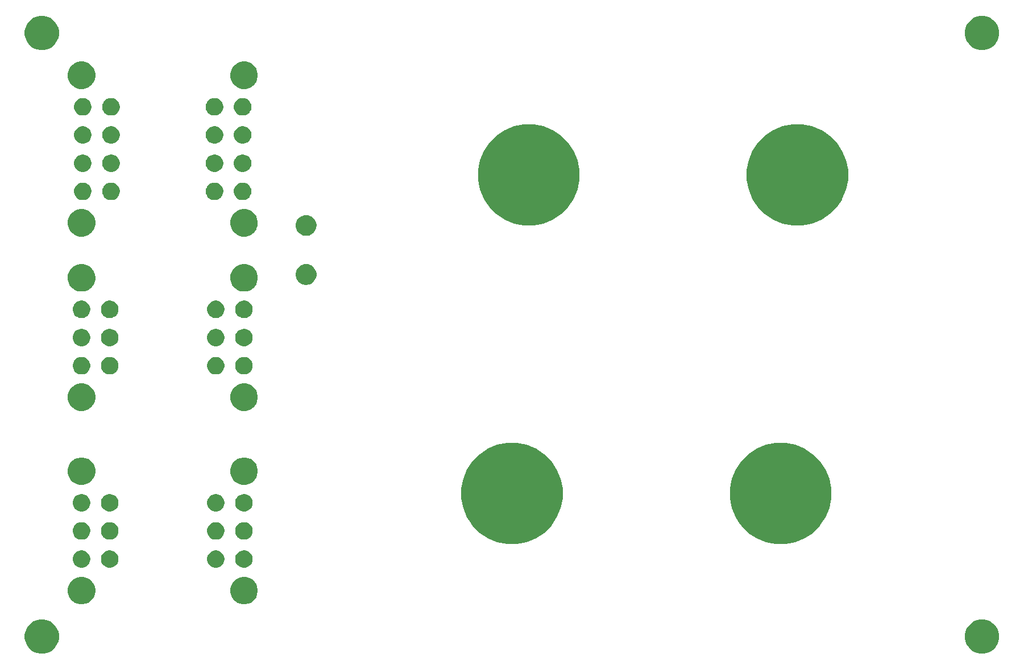
<source format=gbr>
G04 #@! TF.GenerationSoftware,KiCad,Pcbnew,(5.0.1)-3*
G04 #@! TF.CreationDate,2019-09-13T18:10:52+02:00*
G04 #@! TF.ProjectId,discovery,646973636F766572792E6B696361645F,rev?*
G04 #@! TF.SameCoordinates,PX4c4b360PY85843d4*
G04 #@! TF.FileFunction,Soldermask,Bot*
G04 #@! TF.FilePolarity,Negative*
%FSLAX46Y46*%
G04 Gerber Fmt 4.6, Leading zero omitted, Abs format (unit mm)*
G04 Created by KiCad (PCBNEW (5.0.1)-3) date 13/09/2019 18:10:52*
%MOMM*%
%LPD*%
G01*
G04 APERTURE LIST*
%ADD10C,0.100000*%
G04 APERTURE END LIST*
D10*
G36*
X140744256Y2455227D02*
X140744258Y2455226D01*
X140744259Y2455226D01*
X141208512Y2262927D01*
X141624444Y1985010D01*
X141626331Y1983749D01*
X141981649Y1628431D01*
X141981651Y1628428D01*
X142260827Y1210612D01*
X142453126Y746359D01*
X142551160Y253512D01*
X142551160Y-248992D01*
X142453126Y-741839D01*
X142260827Y-1206092D01*
X141982910Y-1622024D01*
X141981649Y-1623911D01*
X141626331Y-1979229D01*
X141626328Y-1979231D01*
X141208512Y-2258407D01*
X140744259Y-2450706D01*
X140744258Y-2450706D01*
X140744256Y-2450707D01*
X140251413Y-2548740D01*
X139748907Y-2548740D01*
X139256064Y-2450707D01*
X139256062Y-2450706D01*
X139256061Y-2450706D01*
X138791808Y-2258407D01*
X138373992Y-1979231D01*
X138373989Y-1979229D01*
X138018671Y-1623911D01*
X138017410Y-1622024D01*
X137739493Y-1206092D01*
X137547194Y-741839D01*
X137449160Y-248992D01*
X137449160Y253512D01*
X137547194Y746359D01*
X137739493Y1210612D01*
X138018669Y1628428D01*
X138018671Y1628431D01*
X138373989Y1983749D01*
X138375876Y1985010D01*
X138791808Y2262927D01*
X139256061Y2455226D01*
X139256062Y2455226D01*
X139256064Y2455227D01*
X139748907Y2553260D01*
X140251413Y2553260D01*
X140744256Y2455227D01*
X140744256Y2455227D01*
G37*
G36*
X744256Y2455227D02*
X744258Y2455226D01*
X744259Y2455226D01*
X1208512Y2262927D01*
X1624444Y1985010D01*
X1626331Y1983749D01*
X1981649Y1628431D01*
X1981651Y1628428D01*
X2260827Y1210612D01*
X2453126Y746359D01*
X2551160Y253512D01*
X2551160Y-248992D01*
X2453126Y-741839D01*
X2260827Y-1206092D01*
X1982910Y-1622024D01*
X1981649Y-1623911D01*
X1626331Y-1979229D01*
X1626328Y-1979231D01*
X1208512Y-2258407D01*
X744259Y-2450706D01*
X744258Y-2450706D01*
X744256Y-2450707D01*
X251413Y-2548740D01*
X-251093Y-2548740D01*
X-743936Y-2450707D01*
X-743938Y-2450706D01*
X-743939Y-2450706D01*
X-1208192Y-2258407D01*
X-1626008Y-1979231D01*
X-1626011Y-1979229D01*
X-1981329Y-1623911D01*
X-1982590Y-1622024D01*
X-2260507Y-1206092D01*
X-2452806Y-741839D01*
X-2550840Y-248992D01*
X-2550840Y253512D01*
X-2452806Y746359D01*
X-2260507Y1210612D01*
X-1981331Y1628428D01*
X-1981329Y1628431D01*
X-1626011Y1983749D01*
X-1624124Y1985010D01*
X-1208192Y2262927D01*
X-743939Y2455226D01*
X-743938Y2455226D01*
X-743936Y2455227D01*
X-251093Y2553260D01*
X251413Y2553260D01*
X744256Y2455227D01*
X744256Y2455227D01*
G37*
G36*
X30698412Y8841842D02*
X30698414Y8841841D01*
X30698415Y8841841D01*
X31071673Y8687233D01*
X31071674Y8687232D01*
X31407599Y8462774D01*
X31693274Y8177099D01*
X31693276Y8177096D01*
X31917733Y7841173D01*
X32072341Y7467915D01*
X32151160Y7071666D01*
X32151160Y6667654D01*
X32072341Y6271405D01*
X31917733Y5898147D01*
X31917732Y5898146D01*
X31693274Y5562221D01*
X31407599Y5276546D01*
X31407596Y5276544D01*
X31071673Y5052087D01*
X30698415Y4897479D01*
X30698414Y4897479D01*
X30698412Y4897478D01*
X30302167Y4818660D01*
X29898153Y4818660D01*
X29501908Y4897478D01*
X29501906Y4897479D01*
X29501905Y4897479D01*
X29128647Y5052087D01*
X28792724Y5276544D01*
X28792721Y5276546D01*
X28507046Y5562221D01*
X28282588Y5898146D01*
X28282587Y5898147D01*
X28127979Y6271405D01*
X28049160Y6667654D01*
X28049160Y7071666D01*
X28127979Y7467915D01*
X28282587Y7841173D01*
X28507044Y8177096D01*
X28507046Y8177099D01*
X28792721Y8462774D01*
X29128646Y8687232D01*
X29128647Y8687233D01*
X29501905Y8841841D01*
X29501906Y8841841D01*
X29501908Y8841842D01*
X29898153Y8920660D01*
X30302167Y8920660D01*
X30698412Y8841842D01*
X30698412Y8841842D01*
G37*
G36*
X6498412Y8841842D02*
X6498414Y8841841D01*
X6498415Y8841841D01*
X6871673Y8687233D01*
X6871674Y8687232D01*
X7207599Y8462774D01*
X7493274Y8177099D01*
X7493276Y8177096D01*
X7717733Y7841173D01*
X7872341Y7467915D01*
X7951160Y7071666D01*
X7951160Y6667654D01*
X7872341Y6271405D01*
X7717733Y5898147D01*
X7717732Y5898146D01*
X7493274Y5562221D01*
X7207599Y5276546D01*
X7207596Y5276544D01*
X6871673Y5052087D01*
X6498415Y4897479D01*
X6498414Y4897479D01*
X6498412Y4897478D01*
X6102167Y4818660D01*
X5698153Y4818660D01*
X5301908Y4897478D01*
X5301906Y4897479D01*
X5301905Y4897479D01*
X4928647Y5052087D01*
X4592724Y5276544D01*
X4592721Y5276546D01*
X4307046Y5562221D01*
X4082588Y5898146D01*
X4082587Y5898147D01*
X3927979Y6271405D01*
X3849160Y6667654D01*
X3849160Y7071666D01*
X3927979Y7467915D01*
X4082587Y7841173D01*
X4307044Y8177096D01*
X4307046Y8177099D01*
X4592721Y8462774D01*
X4928646Y8687232D01*
X4928647Y8687233D01*
X5301905Y8841841D01*
X5301906Y8841841D01*
X5301908Y8841842D01*
X5698153Y8920660D01*
X6102167Y8920660D01*
X6498412Y8841842D01*
X6498412Y8841842D01*
G37*
G36*
X26279645Y12820664D02*
X26279647Y12820663D01*
X26279648Y12820663D01*
X26516415Y12722591D01*
X26729502Y12580211D01*
X26910711Y12399002D01*
X27053091Y12185915D01*
X27151164Y11949145D01*
X27201160Y11697799D01*
X27201160Y11441521D01*
X27151164Y11190175D01*
X27053091Y10953405D01*
X26910711Y10740318D01*
X26729502Y10559109D01*
X26729499Y10559107D01*
X26516415Y10416729D01*
X26279648Y10318657D01*
X26279647Y10318657D01*
X26279645Y10318656D01*
X26028299Y10268660D01*
X25772021Y10268660D01*
X25520675Y10318656D01*
X25520673Y10318657D01*
X25520672Y10318657D01*
X25283905Y10416729D01*
X25070821Y10559107D01*
X25070818Y10559109D01*
X24889609Y10740318D01*
X24747229Y10953405D01*
X24649156Y11190175D01*
X24599160Y11441521D01*
X24599160Y11697799D01*
X24649156Y11949145D01*
X24747229Y12185915D01*
X24889609Y12399002D01*
X25070818Y12580211D01*
X25283905Y12722591D01*
X25520672Y12820663D01*
X25520673Y12820663D01*
X25520675Y12820664D01*
X25772021Y12870660D01*
X26028299Y12870660D01*
X26279645Y12820664D01*
X26279645Y12820664D01*
G37*
G36*
X10479645Y12820664D02*
X10479647Y12820663D01*
X10479648Y12820663D01*
X10716415Y12722591D01*
X10929502Y12580211D01*
X11110711Y12399002D01*
X11253091Y12185915D01*
X11351164Y11949145D01*
X11401160Y11697799D01*
X11401160Y11441521D01*
X11351164Y11190175D01*
X11253091Y10953405D01*
X11110711Y10740318D01*
X10929502Y10559109D01*
X10929499Y10559107D01*
X10716415Y10416729D01*
X10479648Y10318657D01*
X10479647Y10318657D01*
X10479645Y10318656D01*
X10228299Y10268660D01*
X9972021Y10268660D01*
X9720675Y10318656D01*
X9720673Y10318657D01*
X9720672Y10318657D01*
X9483905Y10416729D01*
X9270821Y10559107D01*
X9270818Y10559109D01*
X9089609Y10740318D01*
X8947229Y10953405D01*
X8849156Y11190175D01*
X8799160Y11441521D01*
X8799160Y11697799D01*
X8849156Y11949145D01*
X8947229Y12185915D01*
X9089609Y12399002D01*
X9270818Y12580211D01*
X9483905Y12722591D01*
X9720672Y12820663D01*
X9720673Y12820663D01*
X9720675Y12820664D01*
X9972021Y12870660D01*
X10228299Y12870660D01*
X10479645Y12820664D01*
X10479645Y12820664D01*
G37*
G36*
X6279645Y12820664D02*
X6279647Y12820663D01*
X6279648Y12820663D01*
X6516415Y12722591D01*
X6729502Y12580211D01*
X6910711Y12399002D01*
X7053091Y12185915D01*
X7151164Y11949145D01*
X7201160Y11697799D01*
X7201160Y11441521D01*
X7151164Y11190175D01*
X7053091Y10953405D01*
X6910711Y10740318D01*
X6729502Y10559109D01*
X6729499Y10559107D01*
X6516415Y10416729D01*
X6279648Y10318657D01*
X6279647Y10318657D01*
X6279645Y10318656D01*
X6028299Y10268660D01*
X5772021Y10268660D01*
X5520675Y10318656D01*
X5520673Y10318657D01*
X5520672Y10318657D01*
X5283905Y10416729D01*
X5070821Y10559107D01*
X5070818Y10559109D01*
X4889609Y10740318D01*
X4747229Y10953405D01*
X4649156Y11190175D01*
X4599160Y11441521D01*
X4599160Y11697799D01*
X4649156Y11949145D01*
X4747229Y12185915D01*
X4889609Y12399002D01*
X5070818Y12580211D01*
X5283905Y12722591D01*
X5520672Y12820663D01*
X5520673Y12820663D01*
X5520675Y12820664D01*
X5772021Y12870660D01*
X6028299Y12870660D01*
X6279645Y12820664D01*
X6279645Y12820664D01*
G37*
G36*
X30479645Y12820664D02*
X30479647Y12820663D01*
X30479648Y12820663D01*
X30716415Y12722591D01*
X30929502Y12580211D01*
X31110711Y12399002D01*
X31253091Y12185915D01*
X31351164Y11949145D01*
X31401160Y11697799D01*
X31401160Y11441521D01*
X31351164Y11190175D01*
X31253091Y10953405D01*
X31110711Y10740318D01*
X30929502Y10559109D01*
X30929499Y10559107D01*
X30716415Y10416729D01*
X30479648Y10318657D01*
X30479647Y10318657D01*
X30479645Y10318656D01*
X30228299Y10268660D01*
X29972021Y10268660D01*
X29720675Y10318656D01*
X29720673Y10318657D01*
X29720672Y10318657D01*
X29483905Y10416729D01*
X29270821Y10559107D01*
X29270818Y10559109D01*
X29089609Y10740318D01*
X28947229Y10953405D01*
X28849156Y11190175D01*
X28799160Y11441521D01*
X28799160Y11697799D01*
X28849156Y11949145D01*
X28947229Y12185915D01*
X29089609Y12399002D01*
X29270818Y12580211D01*
X29483905Y12722591D01*
X29720672Y12820663D01*
X29720673Y12820663D01*
X29720675Y12820664D01*
X29972021Y12870660D01*
X30228299Y12870660D01*
X30479645Y12820664D01*
X30479645Y12820664D01*
G37*
G36*
X72202705Y28593080D02*
X73576898Y28023870D01*
X73576900Y28023869D01*
X74797194Y27208495D01*
X74813645Y27197503D01*
X75865403Y26145745D01*
X76691770Y24908998D01*
X77260980Y23534805D01*
X77551160Y22075970D01*
X77551160Y20588550D01*
X77260980Y19129715D01*
X76691770Y17755522D01*
X76691769Y17755520D01*
X76135224Y16922591D01*
X75865403Y16518775D01*
X74813645Y15467017D01*
X74813642Y15467015D01*
X73576900Y14640651D01*
X73576899Y14640650D01*
X73576898Y14640650D01*
X72202705Y14071440D01*
X70743870Y13781260D01*
X69256450Y13781260D01*
X67797615Y14071440D01*
X66423422Y14640650D01*
X66423421Y14640650D01*
X66423420Y14640651D01*
X65186678Y15467015D01*
X65186675Y15467017D01*
X64134917Y16518775D01*
X63865096Y16922591D01*
X63308551Y17755520D01*
X63308550Y17755522D01*
X62739340Y19129715D01*
X62449160Y20588550D01*
X62449160Y22075970D01*
X62739340Y23534805D01*
X63308550Y24908998D01*
X64134917Y26145745D01*
X65186675Y27197503D01*
X65203126Y27208495D01*
X66423420Y28023869D01*
X66423422Y28023870D01*
X67797615Y28593080D01*
X69256450Y28883260D01*
X70743870Y28883260D01*
X72202705Y28593080D01*
X72202705Y28593080D01*
G37*
G36*
X112202705Y28593080D02*
X113576898Y28023870D01*
X113576900Y28023869D01*
X114797194Y27208495D01*
X114813645Y27197503D01*
X115865403Y26145745D01*
X116691770Y24908998D01*
X117260980Y23534805D01*
X117551160Y22075970D01*
X117551160Y20588550D01*
X117260980Y19129715D01*
X116691770Y17755522D01*
X116691769Y17755520D01*
X116135224Y16922591D01*
X115865403Y16518775D01*
X114813645Y15467017D01*
X114813642Y15467015D01*
X113576900Y14640651D01*
X113576899Y14640650D01*
X113576898Y14640650D01*
X112202705Y14071440D01*
X110743870Y13781260D01*
X109256450Y13781260D01*
X107797615Y14071440D01*
X106423422Y14640650D01*
X106423421Y14640650D01*
X106423420Y14640651D01*
X105186678Y15467015D01*
X105186675Y15467017D01*
X104134917Y16518775D01*
X103865096Y16922591D01*
X103308551Y17755520D01*
X103308550Y17755522D01*
X102739340Y19129715D01*
X102449160Y20588550D01*
X102449160Y22075970D01*
X102739340Y23534805D01*
X103308550Y24908998D01*
X104134917Y26145745D01*
X105186675Y27197503D01*
X105203126Y27208495D01*
X106423420Y28023869D01*
X106423422Y28023870D01*
X107797615Y28593080D01*
X109256450Y28883260D01*
X110743870Y28883260D01*
X112202705Y28593080D01*
X112202705Y28593080D01*
G37*
G36*
X10479645Y17020664D02*
X10479647Y17020663D01*
X10479648Y17020663D01*
X10716415Y16922591D01*
X10929502Y16780211D01*
X11110711Y16599002D01*
X11253091Y16385915D01*
X11351164Y16149145D01*
X11401160Y15897799D01*
X11401160Y15641521D01*
X11351164Y15390175D01*
X11253091Y15153405D01*
X11110711Y14940318D01*
X10929502Y14759109D01*
X10929499Y14759107D01*
X10716415Y14616729D01*
X10479648Y14518657D01*
X10479647Y14518657D01*
X10479645Y14518656D01*
X10228299Y14468660D01*
X9972021Y14468660D01*
X9720675Y14518656D01*
X9720673Y14518657D01*
X9720672Y14518657D01*
X9483905Y14616729D01*
X9270821Y14759107D01*
X9270818Y14759109D01*
X9089609Y14940318D01*
X8947229Y15153405D01*
X8849156Y15390175D01*
X8799160Y15641521D01*
X8799160Y15897799D01*
X8849156Y16149145D01*
X8947229Y16385915D01*
X9089609Y16599002D01*
X9270818Y16780211D01*
X9483905Y16922591D01*
X9720672Y17020663D01*
X9720673Y17020663D01*
X9720675Y17020664D01*
X9972021Y17070660D01*
X10228299Y17070660D01*
X10479645Y17020664D01*
X10479645Y17020664D01*
G37*
G36*
X6279645Y17020664D02*
X6279647Y17020663D01*
X6279648Y17020663D01*
X6516415Y16922591D01*
X6729502Y16780211D01*
X6910711Y16599002D01*
X7053091Y16385915D01*
X7151164Y16149145D01*
X7201160Y15897799D01*
X7201160Y15641521D01*
X7151164Y15390175D01*
X7053091Y15153405D01*
X6910711Y14940318D01*
X6729502Y14759109D01*
X6729499Y14759107D01*
X6516415Y14616729D01*
X6279648Y14518657D01*
X6279647Y14518657D01*
X6279645Y14518656D01*
X6028299Y14468660D01*
X5772021Y14468660D01*
X5520675Y14518656D01*
X5520673Y14518657D01*
X5520672Y14518657D01*
X5283905Y14616729D01*
X5070821Y14759107D01*
X5070818Y14759109D01*
X4889609Y14940318D01*
X4747229Y15153405D01*
X4649156Y15390175D01*
X4599160Y15641521D01*
X4599160Y15897799D01*
X4649156Y16149145D01*
X4747229Y16385915D01*
X4889609Y16599002D01*
X5070818Y16780211D01*
X5283905Y16922591D01*
X5520672Y17020663D01*
X5520673Y17020663D01*
X5520675Y17020664D01*
X5772021Y17070660D01*
X6028299Y17070660D01*
X6279645Y17020664D01*
X6279645Y17020664D01*
G37*
G36*
X30479645Y17020664D02*
X30479647Y17020663D01*
X30479648Y17020663D01*
X30716415Y16922591D01*
X30929502Y16780211D01*
X31110711Y16599002D01*
X31253091Y16385915D01*
X31351164Y16149145D01*
X31401160Y15897799D01*
X31401160Y15641521D01*
X31351164Y15390175D01*
X31253091Y15153405D01*
X31110711Y14940318D01*
X30929502Y14759109D01*
X30929499Y14759107D01*
X30716415Y14616729D01*
X30479648Y14518657D01*
X30479647Y14518657D01*
X30479645Y14518656D01*
X30228299Y14468660D01*
X29972021Y14468660D01*
X29720675Y14518656D01*
X29720673Y14518657D01*
X29720672Y14518657D01*
X29483905Y14616729D01*
X29270821Y14759107D01*
X29270818Y14759109D01*
X29089609Y14940318D01*
X28947229Y15153405D01*
X28849156Y15390175D01*
X28799160Y15641521D01*
X28799160Y15897799D01*
X28849156Y16149145D01*
X28947229Y16385915D01*
X29089609Y16599002D01*
X29270818Y16780211D01*
X29483905Y16922591D01*
X29720672Y17020663D01*
X29720673Y17020663D01*
X29720675Y17020664D01*
X29972021Y17070660D01*
X30228299Y17070660D01*
X30479645Y17020664D01*
X30479645Y17020664D01*
G37*
G36*
X26279645Y17020664D02*
X26279647Y17020663D01*
X26279648Y17020663D01*
X26516415Y16922591D01*
X26729502Y16780211D01*
X26910711Y16599002D01*
X27053091Y16385915D01*
X27151164Y16149145D01*
X27201160Y15897799D01*
X27201160Y15641521D01*
X27151164Y15390175D01*
X27053091Y15153405D01*
X26910711Y14940318D01*
X26729502Y14759109D01*
X26729499Y14759107D01*
X26516415Y14616729D01*
X26279648Y14518657D01*
X26279647Y14518657D01*
X26279645Y14518656D01*
X26028299Y14468660D01*
X25772021Y14468660D01*
X25520675Y14518656D01*
X25520673Y14518657D01*
X25520672Y14518657D01*
X25283905Y14616729D01*
X25070821Y14759107D01*
X25070818Y14759109D01*
X24889609Y14940318D01*
X24747229Y15153405D01*
X24649156Y15390175D01*
X24599160Y15641521D01*
X24599160Y15897799D01*
X24649156Y16149145D01*
X24747229Y16385915D01*
X24889609Y16599002D01*
X25070818Y16780211D01*
X25283905Y16922591D01*
X25520672Y17020663D01*
X25520673Y17020663D01*
X25520675Y17020664D01*
X25772021Y17070660D01*
X26028299Y17070660D01*
X26279645Y17020664D01*
X26279645Y17020664D01*
G37*
G36*
X26279645Y21220664D02*
X26279647Y21220663D01*
X26279648Y21220663D01*
X26516415Y21122591D01*
X26729502Y20980211D01*
X26910711Y20799002D01*
X27053091Y20585915D01*
X27151164Y20349145D01*
X27201160Y20097799D01*
X27201160Y19841521D01*
X27151164Y19590175D01*
X27053091Y19353405D01*
X26910711Y19140318D01*
X26729502Y18959109D01*
X26729499Y18959107D01*
X26516415Y18816729D01*
X26279648Y18718657D01*
X26279647Y18718657D01*
X26279645Y18718656D01*
X26028299Y18668660D01*
X25772021Y18668660D01*
X25520675Y18718656D01*
X25520673Y18718657D01*
X25520672Y18718657D01*
X25283905Y18816729D01*
X25070821Y18959107D01*
X25070818Y18959109D01*
X24889609Y19140318D01*
X24747229Y19353405D01*
X24649156Y19590175D01*
X24599160Y19841521D01*
X24599160Y20097799D01*
X24649156Y20349145D01*
X24747229Y20585915D01*
X24889609Y20799002D01*
X25070818Y20980211D01*
X25283905Y21122591D01*
X25520672Y21220663D01*
X25520673Y21220663D01*
X25520675Y21220664D01*
X25772021Y21270660D01*
X26028299Y21270660D01*
X26279645Y21220664D01*
X26279645Y21220664D01*
G37*
G36*
X10479645Y21220664D02*
X10479647Y21220663D01*
X10479648Y21220663D01*
X10716415Y21122591D01*
X10929502Y20980211D01*
X11110711Y20799002D01*
X11253091Y20585915D01*
X11351164Y20349145D01*
X11401160Y20097799D01*
X11401160Y19841521D01*
X11351164Y19590175D01*
X11253091Y19353405D01*
X11110711Y19140318D01*
X10929502Y18959109D01*
X10929499Y18959107D01*
X10716415Y18816729D01*
X10479648Y18718657D01*
X10479647Y18718657D01*
X10479645Y18718656D01*
X10228299Y18668660D01*
X9972021Y18668660D01*
X9720675Y18718656D01*
X9720673Y18718657D01*
X9720672Y18718657D01*
X9483905Y18816729D01*
X9270821Y18959107D01*
X9270818Y18959109D01*
X9089609Y19140318D01*
X8947229Y19353405D01*
X8849156Y19590175D01*
X8799160Y19841521D01*
X8799160Y20097799D01*
X8849156Y20349145D01*
X8947229Y20585915D01*
X9089609Y20799002D01*
X9270818Y20980211D01*
X9483905Y21122591D01*
X9720672Y21220663D01*
X9720673Y21220663D01*
X9720675Y21220664D01*
X9972021Y21270660D01*
X10228299Y21270660D01*
X10479645Y21220664D01*
X10479645Y21220664D01*
G37*
G36*
X30479645Y21220664D02*
X30479647Y21220663D01*
X30479648Y21220663D01*
X30716415Y21122591D01*
X30929502Y20980211D01*
X31110711Y20799002D01*
X31253091Y20585915D01*
X31351164Y20349145D01*
X31401160Y20097799D01*
X31401160Y19841521D01*
X31351164Y19590175D01*
X31253091Y19353405D01*
X31110711Y19140318D01*
X30929502Y18959109D01*
X30929499Y18959107D01*
X30716415Y18816729D01*
X30479648Y18718657D01*
X30479647Y18718657D01*
X30479645Y18718656D01*
X30228299Y18668660D01*
X29972021Y18668660D01*
X29720675Y18718656D01*
X29720673Y18718657D01*
X29720672Y18718657D01*
X29483905Y18816729D01*
X29270821Y18959107D01*
X29270818Y18959109D01*
X29089609Y19140318D01*
X28947229Y19353405D01*
X28849156Y19590175D01*
X28799160Y19841521D01*
X28799160Y20097799D01*
X28849156Y20349145D01*
X28947229Y20585915D01*
X29089609Y20799002D01*
X29270818Y20980211D01*
X29483905Y21122591D01*
X29720672Y21220663D01*
X29720673Y21220663D01*
X29720675Y21220664D01*
X29972021Y21270660D01*
X30228299Y21270660D01*
X30479645Y21220664D01*
X30479645Y21220664D01*
G37*
G36*
X6279645Y21220664D02*
X6279647Y21220663D01*
X6279648Y21220663D01*
X6516415Y21122591D01*
X6729502Y20980211D01*
X6910711Y20799002D01*
X7053091Y20585915D01*
X7151164Y20349145D01*
X7201160Y20097799D01*
X7201160Y19841521D01*
X7151164Y19590175D01*
X7053091Y19353405D01*
X6910711Y19140318D01*
X6729502Y18959109D01*
X6729499Y18959107D01*
X6516415Y18816729D01*
X6279648Y18718657D01*
X6279647Y18718657D01*
X6279645Y18718656D01*
X6028299Y18668660D01*
X5772021Y18668660D01*
X5520675Y18718656D01*
X5520673Y18718657D01*
X5520672Y18718657D01*
X5283905Y18816729D01*
X5070821Y18959107D01*
X5070818Y18959109D01*
X4889609Y19140318D01*
X4747229Y19353405D01*
X4649156Y19590175D01*
X4599160Y19841521D01*
X4599160Y20097799D01*
X4649156Y20349145D01*
X4747229Y20585915D01*
X4889609Y20799002D01*
X5070818Y20980211D01*
X5283905Y21122591D01*
X5520672Y21220663D01*
X5520673Y21220663D01*
X5520675Y21220664D01*
X5772021Y21270660D01*
X6028299Y21270660D01*
X6279645Y21220664D01*
X6279645Y21220664D01*
G37*
G36*
X6498412Y26641842D02*
X6498414Y26641841D01*
X6498415Y26641841D01*
X6871673Y26487233D01*
X6871674Y26487232D01*
X7207599Y26262774D01*
X7493274Y25977099D01*
X7493276Y25977096D01*
X7717733Y25641173D01*
X7872341Y25267915D01*
X7951160Y24871666D01*
X7951160Y24467654D01*
X7872341Y24071405D01*
X7717733Y23698147D01*
X7717732Y23698146D01*
X7493274Y23362221D01*
X7207599Y23076546D01*
X7207596Y23076544D01*
X6871673Y22852087D01*
X6498415Y22697479D01*
X6498414Y22697479D01*
X6498412Y22697478D01*
X6102167Y22618660D01*
X5698153Y22618660D01*
X5301908Y22697478D01*
X5301906Y22697479D01*
X5301905Y22697479D01*
X4928647Y22852087D01*
X4592724Y23076544D01*
X4592721Y23076546D01*
X4307046Y23362221D01*
X4082588Y23698146D01*
X4082587Y23698147D01*
X3927979Y24071405D01*
X3849160Y24467654D01*
X3849160Y24871666D01*
X3927979Y25267915D01*
X4082587Y25641173D01*
X4307044Y25977096D01*
X4307046Y25977099D01*
X4592721Y26262774D01*
X4928646Y26487232D01*
X4928647Y26487233D01*
X5301905Y26641841D01*
X5301906Y26641841D01*
X5301908Y26641842D01*
X5698153Y26720660D01*
X6102167Y26720660D01*
X6498412Y26641842D01*
X6498412Y26641842D01*
G37*
G36*
X30698412Y26641842D02*
X30698414Y26641841D01*
X30698415Y26641841D01*
X31071673Y26487233D01*
X31071674Y26487232D01*
X31407599Y26262774D01*
X31693274Y25977099D01*
X31693276Y25977096D01*
X31917733Y25641173D01*
X32072341Y25267915D01*
X32151160Y24871666D01*
X32151160Y24467654D01*
X32072341Y24071405D01*
X31917733Y23698147D01*
X31917732Y23698146D01*
X31693274Y23362221D01*
X31407599Y23076546D01*
X31407596Y23076544D01*
X31071673Y22852087D01*
X30698415Y22697479D01*
X30698414Y22697479D01*
X30698412Y22697478D01*
X30302167Y22618660D01*
X29898153Y22618660D01*
X29501908Y22697478D01*
X29501906Y22697479D01*
X29501905Y22697479D01*
X29128647Y22852087D01*
X28792724Y23076544D01*
X28792721Y23076546D01*
X28507046Y23362221D01*
X28282588Y23698146D01*
X28282587Y23698147D01*
X28127979Y24071405D01*
X28049160Y24467654D01*
X28049160Y24871666D01*
X28127979Y25267915D01*
X28282587Y25641173D01*
X28507044Y25977096D01*
X28507046Y25977099D01*
X28792721Y26262774D01*
X29128646Y26487232D01*
X29128647Y26487233D01*
X29501905Y26641841D01*
X29501906Y26641841D01*
X29501908Y26641842D01*
X29898153Y26720660D01*
X30302167Y26720660D01*
X30698412Y26641842D01*
X30698412Y26641842D01*
G37*
G36*
X6498412Y37674442D02*
X6498414Y37674441D01*
X6498415Y37674441D01*
X6871673Y37519833D01*
X6871674Y37519832D01*
X7207599Y37295374D01*
X7493274Y37009699D01*
X7493276Y37009696D01*
X7717733Y36673773D01*
X7872341Y36300515D01*
X7951160Y35904266D01*
X7951160Y35500254D01*
X7872341Y35104005D01*
X7717733Y34730747D01*
X7717732Y34730746D01*
X7493274Y34394821D01*
X7207599Y34109146D01*
X7207596Y34109144D01*
X6871673Y33884687D01*
X6498415Y33730079D01*
X6498414Y33730079D01*
X6498412Y33730078D01*
X6102167Y33651260D01*
X5698153Y33651260D01*
X5301908Y33730078D01*
X5301906Y33730079D01*
X5301905Y33730079D01*
X4928647Y33884687D01*
X4592724Y34109144D01*
X4592721Y34109146D01*
X4307046Y34394821D01*
X4082588Y34730746D01*
X4082587Y34730747D01*
X3927979Y35104005D01*
X3849160Y35500254D01*
X3849160Y35904266D01*
X3927979Y36300515D01*
X4082587Y36673773D01*
X4307044Y37009696D01*
X4307046Y37009699D01*
X4592721Y37295374D01*
X4928646Y37519832D01*
X4928647Y37519833D01*
X5301905Y37674441D01*
X5301906Y37674441D01*
X5301908Y37674442D01*
X5698153Y37753260D01*
X6102167Y37753260D01*
X6498412Y37674442D01*
X6498412Y37674442D01*
G37*
G36*
X30698412Y37674442D02*
X30698414Y37674441D01*
X30698415Y37674441D01*
X31071673Y37519833D01*
X31071674Y37519832D01*
X31407599Y37295374D01*
X31693274Y37009699D01*
X31693276Y37009696D01*
X31917733Y36673773D01*
X32072341Y36300515D01*
X32151160Y35904266D01*
X32151160Y35500254D01*
X32072341Y35104005D01*
X31917733Y34730747D01*
X31917732Y34730746D01*
X31693274Y34394821D01*
X31407599Y34109146D01*
X31407596Y34109144D01*
X31071673Y33884687D01*
X30698415Y33730079D01*
X30698414Y33730079D01*
X30698412Y33730078D01*
X30302167Y33651260D01*
X29898153Y33651260D01*
X29501908Y33730078D01*
X29501906Y33730079D01*
X29501905Y33730079D01*
X29128647Y33884687D01*
X28792724Y34109144D01*
X28792721Y34109146D01*
X28507046Y34394821D01*
X28282588Y34730746D01*
X28282587Y34730747D01*
X28127979Y35104005D01*
X28049160Y35500254D01*
X28049160Y35904266D01*
X28127979Y36300515D01*
X28282587Y36673773D01*
X28507044Y37009696D01*
X28507046Y37009699D01*
X28792721Y37295374D01*
X29128646Y37519832D01*
X29128647Y37519833D01*
X29501905Y37674441D01*
X29501906Y37674441D01*
X29501908Y37674442D01*
X29898153Y37753260D01*
X30302167Y37753260D01*
X30698412Y37674442D01*
X30698412Y37674442D01*
G37*
G36*
X26279645Y41653264D02*
X26279647Y41653263D01*
X26279648Y41653263D01*
X26516415Y41555191D01*
X26729502Y41412811D01*
X26910711Y41231602D01*
X27053091Y41018515D01*
X27151164Y40781745D01*
X27201160Y40530399D01*
X27201160Y40274121D01*
X27151164Y40022775D01*
X27053091Y39786005D01*
X26910711Y39572918D01*
X26729502Y39391709D01*
X26729499Y39391707D01*
X26516415Y39249329D01*
X26279648Y39151257D01*
X26279647Y39151257D01*
X26279645Y39151256D01*
X26028299Y39101260D01*
X25772021Y39101260D01*
X25520675Y39151256D01*
X25520673Y39151257D01*
X25520672Y39151257D01*
X25283905Y39249329D01*
X25070821Y39391707D01*
X25070818Y39391709D01*
X24889609Y39572918D01*
X24747229Y39786005D01*
X24649156Y40022775D01*
X24599160Y40274121D01*
X24599160Y40530399D01*
X24649156Y40781745D01*
X24747229Y41018515D01*
X24889609Y41231602D01*
X25070818Y41412811D01*
X25283905Y41555191D01*
X25520672Y41653263D01*
X25520673Y41653263D01*
X25520675Y41653264D01*
X25772021Y41703260D01*
X26028299Y41703260D01*
X26279645Y41653264D01*
X26279645Y41653264D01*
G37*
G36*
X10479645Y41653264D02*
X10479647Y41653263D01*
X10479648Y41653263D01*
X10716415Y41555191D01*
X10929502Y41412811D01*
X11110711Y41231602D01*
X11253091Y41018515D01*
X11351164Y40781745D01*
X11401160Y40530399D01*
X11401160Y40274121D01*
X11351164Y40022775D01*
X11253091Y39786005D01*
X11110711Y39572918D01*
X10929502Y39391709D01*
X10929499Y39391707D01*
X10716415Y39249329D01*
X10479648Y39151257D01*
X10479647Y39151257D01*
X10479645Y39151256D01*
X10228299Y39101260D01*
X9972021Y39101260D01*
X9720675Y39151256D01*
X9720673Y39151257D01*
X9720672Y39151257D01*
X9483905Y39249329D01*
X9270821Y39391707D01*
X9270818Y39391709D01*
X9089609Y39572918D01*
X8947229Y39786005D01*
X8849156Y40022775D01*
X8799160Y40274121D01*
X8799160Y40530399D01*
X8849156Y40781745D01*
X8947229Y41018515D01*
X9089609Y41231602D01*
X9270818Y41412811D01*
X9483905Y41555191D01*
X9720672Y41653263D01*
X9720673Y41653263D01*
X9720675Y41653264D01*
X9972021Y41703260D01*
X10228299Y41703260D01*
X10479645Y41653264D01*
X10479645Y41653264D01*
G37*
G36*
X30479645Y41653264D02*
X30479647Y41653263D01*
X30479648Y41653263D01*
X30716415Y41555191D01*
X30929502Y41412811D01*
X31110711Y41231602D01*
X31253091Y41018515D01*
X31351164Y40781745D01*
X31401160Y40530399D01*
X31401160Y40274121D01*
X31351164Y40022775D01*
X31253091Y39786005D01*
X31110711Y39572918D01*
X30929502Y39391709D01*
X30929499Y39391707D01*
X30716415Y39249329D01*
X30479648Y39151257D01*
X30479647Y39151257D01*
X30479645Y39151256D01*
X30228299Y39101260D01*
X29972021Y39101260D01*
X29720675Y39151256D01*
X29720673Y39151257D01*
X29720672Y39151257D01*
X29483905Y39249329D01*
X29270821Y39391707D01*
X29270818Y39391709D01*
X29089609Y39572918D01*
X28947229Y39786005D01*
X28849156Y40022775D01*
X28799160Y40274121D01*
X28799160Y40530399D01*
X28849156Y40781745D01*
X28947229Y41018515D01*
X29089609Y41231602D01*
X29270818Y41412811D01*
X29483905Y41555191D01*
X29720672Y41653263D01*
X29720673Y41653263D01*
X29720675Y41653264D01*
X29972021Y41703260D01*
X30228299Y41703260D01*
X30479645Y41653264D01*
X30479645Y41653264D01*
G37*
G36*
X6279645Y41653264D02*
X6279647Y41653263D01*
X6279648Y41653263D01*
X6516415Y41555191D01*
X6729502Y41412811D01*
X6910711Y41231602D01*
X7053091Y41018515D01*
X7151164Y40781745D01*
X7201160Y40530399D01*
X7201160Y40274121D01*
X7151164Y40022775D01*
X7053091Y39786005D01*
X6910711Y39572918D01*
X6729502Y39391709D01*
X6729499Y39391707D01*
X6516415Y39249329D01*
X6279648Y39151257D01*
X6279647Y39151257D01*
X6279645Y39151256D01*
X6028299Y39101260D01*
X5772021Y39101260D01*
X5520675Y39151256D01*
X5520673Y39151257D01*
X5520672Y39151257D01*
X5283905Y39249329D01*
X5070821Y39391707D01*
X5070818Y39391709D01*
X4889609Y39572918D01*
X4747229Y39786005D01*
X4649156Y40022775D01*
X4599160Y40274121D01*
X4599160Y40530399D01*
X4649156Y40781745D01*
X4747229Y41018515D01*
X4889609Y41231602D01*
X5070818Y41412811D01*
X5283905Y41555191D01*
X5520672Y41653263D01*
X5520673Y41653263D01*
X5520675Y41653264D01*
X5772021Y41703260D01*
X6028299Y41703260D01*
X6279645Y41653264D01*
X6279645Y41653264D01*
G37*
G36*
X30479645Y45853264D02*
X30479647Y45853263D01*
X30479648Y45853263D01*
X30716415Y45755191D01*
X30929502Y45612811D01*
X31110711Y45431602D01*
X31253091Y45218515D01*
X31351164Y44981745D01*
X31401160Y44730399D01*
X31401160Y44474121D01*
X31351164Y44222775D01*
X31253091Y43986005D01*
X31110711Y43772918D01*
X30929502Y43591709D01*
X30929499Y43591707D01*
X30716415Y43449329D01*
X30479648Y43351257D01*
X30479647Y43351257D01*
X30479645Y43351256D01*
X30228299Y43301260D01*
X29972021Y43301260D01*
X29720675Y43351256D01*
X29720673Y43351257D01*
X29720672Y43351257D01*
X29483905Y43449329D01*
X29270821Y43591707D01*
X29270818Y43591709D01*
X29089609Y43772918D01*
X28947229Y43986005D01*
X28849156Y44222775D01*
X28799160Y44474121D01*
X28799160Y44730399D01*
X28849156Y44981745D01*
X28947229Y45218515D01*
X29089609Y45431602D01*
X29270818Y45612811D01*
X29483905Y45755191D01*
X29720672Y45853263D01*
X29720673Y45853263D01*
X29720675Y45853264D01*
X29972021Y45903260D01*
X30228299Y45903260D01*
X30479645Y45853264D01*
X30479645Y45853264D01*
G37*
G36*
X26279645Y45853264D02*
X26279647Y45853263D01*
X26279648Y45853263D01*
X26516415Y45755191D01*
X26729502Y45612811D01*
X26910711Y45431602D01*
X27053091Y45218515D01*
X27151164Y44981745D01*
X27201160Y44730399D01*
X27201160Y44474121D01*
X27151164Y44222775D01*
X27053091Y43986005D01*
X26910711Y43772918D01*
X26729502Y43591709D01*
X26729499Y43591707D01*
X26516415Y43449329D01*
X26279648Y43351257D01*
X26279647Y43351257D01*
X26279645Y43351256D01*
X26028299Y43301260D01*
X25772021Y43301260D01*
X25520675Y43351256D01*
X25520673Y43351257D01*
X25520672Y43351257D01*
X25283905Y43449329D01*
X25070821Y43591707D01*
X25070818Y43591709D01*
X24889609Y43772918D01*
X24747229Y43986005D01*
X24649156Y44222775D01*
X24599160Y44474121D01*
X24599160Y44730399D01*
X24649156Y44981745D01*
X24747229Y45218515D01*
X24889609Y45431602D01*
X25070818Y45612811D01*
X25283905Y45755191D01*
X25520672Y45853263D01*
X25520673Y45853263D01*
X25520675Y45853264D01*
X25772021Y45903260D01*
X26028299Y45903260D01*
X26279645Y45853264D01*
X26279645Y45853264D01*
G37*
G36*
X10479645Y45853264D02*
X10479647Y45853263D01*
X10479648Y45853263D01*
X10716415Y45755191D01*
X10929502Y45612811D01*
X11110711Y45431602D01*
X11253091Y45218515D01*
X11351164Y44981745D01*
X11401160Y44730399D01*
X11401160Y44474121D01*
X11351164Y44222775D01*
X11253091Y43986005D01*
X11110711Y43772918D01*
X10929502Y43591709D01*
X10929499Y43591707D01*
X10716415Y43449329D01*
X10479648Y43351257D01*
X10479647Y43351257D01*
X10479645Y43351256D01*
X10228299Y43301260D01*
X9972021Y43301260D01*
X9720675Y43351256D01*
X9720673Y43351257D01*
X9720672Y43351257D01*
X9483905Y43449329D01*
X9270821Y43591707D01*
X9270818Y43591709D01*
X9089609Y43772918D01*
X8947229Y43986005D01*
X8849156Y44222775D01*
X8799160Y44474121D01*
X8799160Y44730399D01*
X8849156Y44981745D01*
X8947229Y45218515D01*
X9089609Y45431602D01*
X9270818Y45612811D01*
X9483905Y45755191D01*
X9720672Y45853263D01*
X9720673Y45853263D01*
X9720675Y45853264D01*
X9972021Y45903260D01*
X10228299Y45903260D01*
X10479645Y45853264D01*
X10479645Y45853264D01*
G37*
G36*
X6279645Y45853264D02*
X6279647Y45853263D01*
X6279648Y45853263D01*
X6516415Y45755191D01*
X6729502Y45612811D01*
X6910711Y45431602D01*
X7053091Y45218515D01*
X7151164Y44981745D01*
X7201160Y44730399D01*
X7201160Y44474121D01*
X7151164Y44222775D01*
X7053091Y43986005D01*
X6910711Y43772918D01*
X6729502Y43591709D01*
X6729499Y43591707D01*
X6516415Y43449329D01*
X6279648Y43351257D01*
X6279647Y43351257D01*
X6279645Y43351256D01*
X6028299Y43301260D01*
X5772021Y43301260D01*
X5520675Y43351256D01*
X5520673Y43351257D01*
X5520672Y43351257D01*
X5283905Y43449329D01*
X5070821Y43591707D01*
X5070818Y43591709D01*
X4889609Y43772918D01*
X4747229Y43986005D01*
X4649156Y44222775D01*
X4599160Y44474121D01*
X4599160Y44730399D01*
X4649156Y44981745D01*
X4747229Y45218515D01*
X4889609Y45431602D01*
X5070818Y45612811D01*
X5283905Y45755191D01*
X5520672Y45853263D01*
X5520673Y45853263D01*
X5520675Y45853264D01*
X5772021Y45903260D01*
X6028299Y45903260D01*
X6279645Y45853264D01*
X6279645Y45853264D01*
G37*
G36*
X26279645Y50053264D02*
X26279647Y50053263D01*
X26279648Y50053263D01*
X26516415Y49955191D01*
X26729502Y49812811D01*
X26910711Y49631602D01*
X27053091Y49418515D01*
X27151164Y49181745D01*
X27201160Y48930399D01*
X27201160Y48674121D01*
X27151164Y48422775D01*
X27053091Y48186005D01*
X26910711Y47972918D01*
X26729502Y47791709D01*
X26729499Y47791707D01*
X26516415Y47649329D01*
X26279648Y47551257D01*
X26279647Y47551257D01*
X26279645Y47551256D01*
X26028299Y47501260D01*
X25772021Y47501260D01*
X25520675Y47551256D01*
X25520673Y47551257D01*
X25520672Y47551257D01*
X25283905Y47649329D01*
X25070821Y47791707D01*
X25070818Y47791709D01*
X24889609Y47972918D01*
X24747229Y48186005D01*
X24649156Y48422775D01*
X24599160Y48674121D01*
X24599160Y48930399D01*
X24649156Y49181745D01*
X24747229Y49418515D01*
X24889609Y49631602D01*
X25070818Y49812811D01*
X25283905Y49955191D01*
X25520672Y50053263D01*
X25520673Y50053263D01*
X25520675Y50053264D01*
X25772021Y50103260D01*
X26028299Y50103260D01*
X26279645Y50053264D01*
X26279645Y50053264D01*
G37*
G36*
X30479645Y50053264D02*
X30479647Y50053263D01*
X30479648Y50053263D01*
X30716415Y49955191D01*
X30929502Y49812811D01*
X31110711Y49631602D01*
X31253091Y49418515D01*
X31351164Y49181745D01*
X31401160Y48930399D01*
X31401160Y48674121D01*
X31351164Y48422775D01*
X31253091Y48186005D01*
X31110711Y47972918D01*
X30929502Y47791709D01*
X30929499Y47791707D01*
X30716415Y47649329D01*
X30479648Y47551257D01*
X30479647Y47551257D01*
X30479645Y47551256D01*
X30228299Y47501260D01*
X29972021Y47501260D01*
X29720675Y47551256D01*
X29720673Y47551257D01*
X29720672Y47551257D01*
X29483905Y47649329D01*
X29270821Y47791707D01*
X29270818Y47791709D01*
X29089609Y47972918D01*
X28947229Y48186005D01*
X28849156Y48422775D01*
X28799160Y48674121D01*
X28799160Y48930399D01*
X28849156Y49181745D01*
X28947229Y49418515D01*
X29089609Y49631602D01*
X29270818Y49812811D01*
X29483905Y49955191D01*
X29720672Y50053263D01*
X29720673Y50053263D01*
X29720675Y50053264D01*
X29972021Y50103260D01*
X30228299Y50103260D01*
X30479645Y50053264D01*
X30479645Y50053264D01*
G37*
G36*
X6279645Y50053264D02*
X6279647Y50053263D01*
X6279648Y50053263D01*
X6516415Y49955191D01*
X6729502Y49812811D01*
X6910711Y49631602D01*
X7053091Y49418515D01*
X7151164Y49181745D01*
X7201160Y48930399D01*
X7201160Y48674121D01*
X7151164Y48422775D01*
X7053091Y48186005D01*
X6910711Y47972918D01*
X6729502Y47791709D01*
X6729499Y47791707D01*
X6516415Y47649329D01*
X6279648Y47551257D01*
X6279647Y47551257D01*
X6279645Y47551256D01*
X6028299Y47501260D01*
X5772021Y47501260D01*
X5520675Y47551256D01*
X5520673Y47551257D01*
X5520672Y47551257D01*
X5283905Y47649329D01*
X5070821Y47791707D01*
X5070818Y47791709D01*
X4889609Y47972918D01*
X4747229Y48186005D01*
X4649156Y48422775D01*
X4599160Y48674121D01*
X4599160Y48930399D01*
X4649156Y49181745D01*
X4747229Y49418515D01*
X4889609Y49631602D01*
X5070818Y49812811D01*
X5283905Y49955191D01*
X5520672Y50053263D01*
X5520673Y50053263D01*
X5520675Y50053264D01*
X5772021Y50103260D01*
X6028299Y50103260D01*
X6279645Y50053264D01*
X6279645Y50053264D01*
G37*
G36*
X10479645Y50053264D02*
X10479647Y50053263D01*
X10479648Y50053263D01*
X10716415Y49955191D01*
X10929502Y49812811D01*
X11110711Y49631602D01*
X11253091Y49418515D01*
X11351164Y49181745D01*
X11401160Y48930399D01*
X11401160Y48674121D01*
X11351164Y48422775D01*
X11253091Y48186005D01*
X11110711Y47972918D01*
X10929502Y47791709D01*
X10929499Y47791707D01*
X10716415Y47649329D01*
X10479648Y47551257D01*
X10479647Y47551257D01*
X10479645Y47551256D01*
X10228299Y47501260D01*
X9972021Y47501260D01*
X9720675Y47551256D01*
X9720673Y47551257D01*
X9720672Y47551257D01*
X9483905Y47649329D01*
X9270821Y47791707D01*
X9270818Y47791709D01*
X9089609Y47972918D01*
X8947229Y48186005D01*
X8849156Y48422775D01*
X8799160Y48674121D01*
X8799160Y48930399D01*
X8849156Y49181745D01*
X8947229Y49418515D01*
X9089609Y49631602D01*
X9270818Y49812811D01*
X9483905Y49955191D01*
X9720672Y50053263D01*
X9720673Y50053263D01*
X9720675Y50053264D01*
X9972021Y50103260D01*
X10228299Y50103260D01*
X10479645Y50053264D01*
X10479645Y50053264D01*
G37*
G36*
X30698412Y55474442D02*
X30698414Y55474441D01*
X30698415Y55474441D01*
X31071673Y55319833D01*
X31403065Y55098403D01*
X31407599Y55095374D01*
X31693274Y54809699D01*
X31693276Y54809696D01*
X31917733Y54473773D01*
X32048852Y54157222D01*
X32072342Y54100512D01*
X32121834Y53851698D01*
X32151160Y53704266D01*
X32151160Y53300254D01*
X32072341Y52904005D01*
X31917733Y52530747D01*
X31866091Y52453460D01*
X31693274Y52194821D01*
X31407599Y51909146D01*
X31407596Y51909144D01*
X31071673Y51684687D01*
X30698415Y51530079D01*
X30698414Y51530079D01*
X30698412Y51530078D01*
X30302167Y51451260D01*
X29898153Y51451260D01*
X29501908Y51530078D01*
X29501906Y51530079D01*
X29501905Y51530079D01*
X29128647Y51684687D01*
X28792724Y51909144D01*
X28792721Y51909146D01*
X28507046Y52194821D01*
X28334229Y52453460D01*
X28282587Y52530747D01*
X28127979Y52904005D01*
X28049160Y53300254D01*
X28049160Y53704266D01*
X28078486Y53851698D01*
X28127978Y54100512D01*
X28151468Y54157222D01*
X28282587Y54473773D01*
X28507044Y54809696D01*
X28507046Y54809699D01*
X28792721Y55095374D01*
X28797255Y55098403D01*
X29128647Y55319833D01*
X29501905Y55474441D01*
X29501906Y55474441D01*
X29501908Y55474442D01*
X29898153Y55553260D01*
X30302167Y55553260D01*
X30698412Y55474442D01*
X30698412Y55474442D01*
G37*
G36*
X6498412Y55474442D02*
X6498414Y55474441D01*
X6498415Y55474441D01*
X6871673Y55319833D01*
X7203065Y55098403D01*
X7207599Y55095374D01*
X7493274Y54809699D01*
X7493276Y54809696D01*
X7717733Y54473773D01*
X7848852Y54157222D01*
X7872342Y54100512D01*
X7921834Y53851698D01*
X7951160Y53704266D01*
X7951160Y53300254D01*
X7872341Y52904005D01*
X7717733Y52530747D01*
X7666091Y52453460D01*
X7493274Y52194821D01*
X7207599Y51909146D01*
X7207596Y51909144D01*
X6871673Y51684687D01*
X6498415Y51530079D01*
X6498414Y51530079D01*
X6498412Y51530078D01*
X6102167Y51451260D01*
X5698153Y51451260D01*
X5301908Y51530078D01*
X5301906Y51530079D01*
X5301905Y51530079D01*
X4928647Y51684687D01*
X4592724Y51909144D01*
X4592721Y51909146D01*
X4307046Y52194821D01*
X4134229Y52453460D01*
X4082587Y52530747D01*
X3927979Y52904005D01*
X3849160Y53300254D01*
X3849160Y53704266D01*
X3878486Y53851698D01*
X3927978Y54100512D01*
X3951468Y54157222D01*
X4082587Y54473773D01*
X4307044Y54809696D01*
X4307046Y54809699D01*
X4592721Y55095374D01*
X4597255Y55098403D01*
X4928647Y55319833D01*
X5301905Y55474441D01*
X5301906Y55474441D01*
X5301908Y55474442D01*
X5698153Y55553260D01*
X6102167Y55553260D01*
X6498412Y55474442D01*
X6498412Y55474442D01*
G37*
G36*
X39693467Y55515724D02*
X39793350Y55495856D01*
X40075614Y55378939D01*
X40329645Y55209201D01*
X40545681Y54993165D01*
X40715419Y54739134D01*
X40832336Y54456870D01*
X40891940Y54157220D01*
X40891940Y53851700D01*
X40832336Y53552050D01*
X40715419Y53269786D01*
X40545681Y53015755D01*
X40329645Y52799719D01*
X40075614Y52629981D01*
X39793350Y52513064D01*
X39693467Y52493196D01*
X39493702Y52453460D01*
X39188178Y52453460D01*
X38988413Y52493196D01*
X38888530Y52513064D01*
X38606266Y52629981D01*
X38352235Y52799719D01*
X38136199Y53015755D01*
X37966461Y53269786D01*
X37849544Y53552050D01*
X37789940Y53851700D01*
X37789940Y54157220D01*
X37849544Y54456870D01*
X37966461Y54739134D01*
X38136199Y54993165D01*
X38352235Y55209201D01*
X38606266Y55378939D01*
X38888530Y55495856D01*
X38988413Y55515724D01*
X39188178Y55555460D01*
X39493702Y55555460D01*
X39693467Y55515724D01*
X39693467Y55515724D01*
G37*
G36*
X6498412Y63674442D02*
X6498414Y63674441D01*
X6498415Y63674441D01*
X6871673Y63519833D01*
X6871674Y63519832D01*
X7207599Y63295374D01*
X7493274Y63009699D01*
X7493276Y63009696D01*
X7717733Y62673773D01*
X7785902Y62509198D01*
X7872342Y62300512D01*
X7951160Y61904267D01*
X7951160Y61500253D01*
X7881829Y61151700D01*
X7872341Y61104005D01*
X7717733Y60730747D01*
X7717732Y60730746D01*
X7493274Y60394821D01*
X7207599Y60109146D01*
X7207596Y60109144D01*
X6871673Y59884687D01*
X6498415Y59730079D01*
X6498414Y59730079D01*
X6498412Y59730078D01*
X6102167Y59651260D01*
X5698153Y59651260D01*
X5301908Y59730078D01*
X5301906Y59730079D01*
X5301905Y59730079D01*
X4928647Y59884687D01*
X4592724Y60109144D01*
X4592721Y60109146D01*
X4307046Y60394821D01*
X4082588Y60730746D01*
X4082587Y60730747D01*
X3927979Y61104005D01*
X3918492Y61151700D01*
X3849160Y61500253D01*
X3849160Y61904267D01*
X3927978Y62300512D01*
X4014418Y62509198D01*
X4082587Y62673773D01*
X4307044Y63009696D01*
X4307046Y63009699D01*
X4592721Y63295374D01*
X4928646Y63519832D01*
X4928647Y63519833D01*
X5301905Y63674441D01*
X5301906Y63674441D01*
X5301908Y63674442D01*
X5698153Y63753260D01*
X6102167Y63753260D01*
X6498412Y63674442D01*
X6498412Y63674442D01*
G37*
G36*
X30698412Y63674442D02*
X30698414Y63674441D01*
X30698415Y63674441D01*
X31071673Y63519833D01*
X31071674Y63519832D01*
X31407599Y63295374D01*
X31693274Y63009699D01*
X31693276Y63009696D01*
X31917733Y62673773D01*
X31985902Y62509198D01*
X32072342Y62300512D01*
X32151160Y61904267D01*
X32151160Y61500253D01*
X32081829Y61151700D01*
X32072341Y61104005D01*
X31917733Y60730747D01*
X31917732Y60730746D01*
X31693274Y60394821D01*
X31407599Y60109146D01*
X31407596Y60109144D01*
X31071673Y59884687D01*
X30698415Y59730079D01*
X30698414Y59730079D01*
X30698412Y59730078D01*
X30302167Y59651260D01*
X29898153Y59651260D01*
X29501908Y59730078D01*
X29501906Y59730079D01*
X29501905Y59730079D01*
X29128647Y59884687D01*
X28792724Y60109144D01*
X28792721Y60109146D01*
X28507046Y60394821D01*
X28282588Y60730746D01*
X28282587Y60730747D01*
X28127979Y61104005D01*
X28118492Y61151700D01*
X28049160Y61500253D01*
X28049160Y61904267D01*
X28127978Y62300512D01*
X28214418Y62509198D01*
X28282587Y62673773D01*
X28507044Y63009696D01*
X28507046Y63009699D01*
X28792721Y63295374D01*
X29128646Y63519832D01*
X29128647Y63519833D01*
X29501905Y63674441D01*
X29501906Y63674441D01*
X29501908Y63674442D01*
X29898153Y63753260D01*
X30302167Y63753260D01*
X30698412Y63674442D01*
X30698412Y63674442D01*
G37*
G36*
X39693467Y62815724D02*
X39793350Y62795856D01*
X40075614Y62678939D01*
X40329645Y62509201D01*
X40545681Y62293165D01*
X40715419Y62039134D01*
X40832336Y61756870D01*
X40832336Y61756869D01*
X40891940Y61457222D01*
X40891940Y61151698D01*
X40882453Y61104005D01*
X40832336Y60852050D01*
X40715419Y60569786D01*
X40545681Y60315755D01*
X40329645Y60099719D01*
X40075614Y59929981D01*
X39793350Y59813064D01*
X39693467Y59793196D01*
X39493702Y59753460D01*
X39188178Y59753460D01*
X38988413Y59793196D01*
X38888530Y59813064D01*
X38606266Y59929981D01*
X38352235Y60099719D01*
X38136199Y60315755D01*
X37966461Y60569786D01*
X37849544Y60852050D01*
X37799427Y61104005D01*
X37789940Y61151698D01*
X37789940Y61457222D01*
X37849544Y61756869D01*
X37849544Y61756870D01*
X37966461Y62039134D01*
X38136199Y62293165D01*
X38352235Y62509201D01*
X38606266Y62678939D01*
X38888530Y62795856D01*
X38988413Y62815724D01*
X39188178Y62855460D01*
X39493702Y62855460D01*
X39693467Y62815724D01*
X39693467Y62815724D01*
G37*
G36*
X114702705Y76093080D02*
X115816817Y75631599D01*
X116076900Y75523869D01*
X116588925Y75181745D01*
X117313645Y74697503D01*
X118365403Y73645745D01*
X119191770Y72408998D01*
X119760980Y71034805D01*
X120051160Y69575970D01*
X120051160Y68088550D01*
X119760980Y66629715D01*
X119191770Y65255522D01*
X119191769Y65255520D01*
X119122102Y65151256D01*
X118365403Y64018775D01*
X117313645Y62967017D01*
X117313642Y62967015D01*
X116076900Y62140651D01*
X116076899Y62140650D01*
X116076898Y62140650D01*
X114702705Y61571440D01*
X113243870Y61281260D01*
X111756450Y61281260D01*
X110297615Y61571440D01*
X108923422Y62140650D01*
X108923421Y62140650D01*
X108923420Y62140651D01*
X107686678Y62967015D01*
X107686675Y62967017D01*
X106634917Y64018775D01*
X105878218Y65151256D01*
X105808551Y65255520D01*
X105808550Y65255522D01*
X105239340Y66629715D01*
X104949160Y68088550D01*
X104949160Y69575970D01*
X105239340Y71034805D01*
X105808550Y72408998D01*
X106634917Y73645745D01*
X107686675Y74697503D01*
X108411395Y75181745D01*
X108923420Y75523869D01*
X109183503Y75631599D01*
X110297615Y76093080D01*
X111756450Y76383260D01*
X113243870Y76383260D01*
X114702705Y76093080D01*
X114702705Y76093080D01*
G37*
G36*
X74702705Y76093080D02*
X75816817Y75631599D01*
X76076900Y75523869D01*
X76588925Y75181745D01*
X77313645Y74697503D01*
X78365403Y73645745D01*
X79191770Y72408998D01*
X79760980Y71034805D01*
X80051160Y69575970D01*
X80051160Y68088550D01*
X79760980Y66629715D01*
X79191770Y65255522D01*
X79191769Y65255520D01*
X79122102Y65151256D01*
X78365403Y64018775D01*
X77313645Y62967017D01*
X77313642Y62967015D01*
X76076900Y62140651D01*
X76076899Y62140650D01*
X76076898Y62140650D01*
X74702705Y61571440D01*
X73243870Y61281260D01*
X71756450Y61281260D01*
X70297615Y61571440D01*
X68923422Y62140650D01*
X68923421Y62140650D01*
X68923420Y62140651D01*
X67686678Y62967015D01*
X67686675Y62967017D01*
X66634917Y64018775D01*
X65878218Y65151256D01*
X65808551Y65255520D01*
X65808550Y65255522D01*
X65239340Y66629715D01*
X64949160Y68088550D01*
X64949160Y69575970D01*
X65239340Y71034805D01*
X65808550Y72408998D01*
X66634917Y73645745D01*
X67686675Y74697503D01*
X68411395Y75181745D01*
X68923420Y75523869D01*
X69183503Y75631599D01*
X70297615Y76093080D01*
X71756450Y76383260D01*
X73243870Y76383260D01*
X74702705Y76093080D01*
X74702705Y76093080D01*
G37*
G36*
X6479645Y67653264D02*
X6479647Y67653263D01*
X6479648Y67653263D01*
X6716415Y67555191D01*
X6929502Y67412811D01*
X7110711Y67231602D01*
X7253091Y67018515D01*
X7351164Y66781745D01*
X7401160Y66530399D01*
X7401160Y66274121D01*
X7351164Y66022775D01*
X7253091Y65786005D01*
X7110711Y65572918D01*
X6929502Y65391709D01*
X6929499Y65391707D01*
X6716415Y65249329D01*
X6479648Y65151257D01*
X6479647Y65151257D01*
X6479645Y65151256D01*
X6228299Y65101260D01*
X5972021Y65101260D01*
X5720675Y65151256D01*
X5720673Y65151257D01*
X5720672Y65151257D01*
X5483905Y65249329D01*
X5270821Y65391707D01*
X5270818Y65391709D01*
X5089609Y65572918D01*
X4947229Y65786005D01*
X4849156Y66022775D01*
X4799160Y66274121D01*
X4799160Y66530399D01*
X4849156Y66781745D01*
X4947229Y67018515D01*
X5089609Y67231602D01*
X5270818Y67412811D01*
X5483905Y67555191D01*
X5720672Y67653263D01*
X5720673Y67653263D01*
X5720675Y67653264D01*
X5972021Y67703260D01*
X6228299Y67703260D01*
X6479645Y67653264D01*
X6479645Y67653264D01*
G37*
G36*
X10679645Y67653264D02*
X10679647Y67653263D01*
X10679648Y67653263D01*
X10916415Y67555191D01*
X11129502Y67412811D01*
X11310711Y67231602D01*
X11453091Y67018515D01*
X11551164Y66781745D01*
X11601160Y66530399D01*
X11601160Y66274121D01*
X11551164Y66022775D01*
X11453091Y65786005D01*
X11310711Y65572918D01*
X11129502Y65391709D01*
X11129499Y65391707D01*
X10916415Y65249329D01*
X10679648Y65151257D01*
X10679647Y65151257D01*
X10679645Y65151256D01*
X10428299Y65101260D01*
X10172021Y65101260D01*
X9920675Y65151256D01*
X9920673Y65151257D01*
X9920672Y65151257D01*
X9683905Y65249329D01*
X9470821Y65391707D01*
X9470818Y65391709D01*
X9289609Y65572918D01*
X9147229Y65786005D01*
X9049156Y66022775D01*
X8999160Y66274121D01*
X8999160Y66530399D01*
X9049156Y66781745D01*
X9147229Y67018515D01*
X9289609Y67231602D01*
X9470818Y67412811D01*
X9683905Y67555191D01*
X9920672Y67653263D01*
X9920673Y67653263D01*
X9920675Y67653264D01*
X10172021Y67703260D01*
X10428299Y67703260D01*
X10679645Y67653264D01*
X10679645Y67653264D01*
G37*
G36*
X26079645Y67653264D02*
X26079647Y67653263D01*
X26079648Y67653263D01*
X26316415Y67555191D01*
X26529502Y67412811D01*
X26710711Y67231602D01*
X26853091Y67018515D01*
X26951164Y66781745D01*
X27001160Y66530399D01*
X27001160Y66274121D01*
X26951164Y66022775D01*
X26853091Y65786005D01*
X26710711Y65572918D01*
X26529502Y65391709D01*
X26529499Y65391707D01*
X26316415Y65249329D01*
X26079648Y65151257D01*
X26079647Y65151257D01*
X26079645Y65151256D01*
X25828299Y65101260D01*
X25572021Y65101260D01*
X25320675Y65151256D01*
X25320673Y65151257D01*
X25320672Y65151257D01*
X25083905Y65249329D01*
X24870821Y65391707D01*
X24870818Y65391709D01*
X24689609Y65572918D01*
X24547229Y65786005D01*
X24449156Y66022775D01*
X24399160Y66274121D01*
X24399160Y66530399D01*
X24449156Y66781745D01*
X24547229Y67018515D01*
X24689609Y67231602D01*
X24870818Y67412811D01*
X25083905Y67555191D01*
X25320672Y67653263D01*
X25320673Y67653263D01*
X25320675Y67653264D01*
X25572021Y67703260D01*
X25828299Y67703260D01*
X26079645Y67653264D01*
X26079645Y67653264D01*
G37*
G36*
X30279645Y67653264D02*
X30279647Y67653263D01*
X30279648Y67653263D01*
X30516415Y67555191D01*
X30729502Y67412811D01*
X30910711Y67231602D01*
X31053091Y67018515D01*
X31151164Y66781745D01*
X31201160Y66530399D01*
X31201160Y66274121D01*
X31151164Y66022775D01*
X31053091Y65786005D01*
X30910711Y65572918D01*
X30729502Y65391709D01*
X30729499Y65391707D01*
X30516415Y65249329D01*
X30279648Y65151257D01*
X30279647Y65151257D01*
X30279645Y65151256D01*
X30028299Y65101260D01*
X29772021Y65101260D01*
X29520675Y65151256D01*
X29520673Y65151257D01*
X29520672Y65151257D01*
X29283905Y65249329D01*
X29070821Y65391707D01*
X29070818Y65391709D01*
X28889609Y65572918D01*
X28747229Y65786005D01*
X28649156Y66022775D01*
X28599160Y66274121D01*
X28599160Y66530399D01*
X28649156Y66781745D01*
X28747229Y67018515D01*
X28889609Y67231602D01*
X29070818Y67412811D01*
X29283905Y67555191D01*
X29520672Y67653263D01*
X29520673Y67653263D01*
X29520675Y67653264D01*
X29772021Y67703260D01*
X30028299Y67703260D01*
X30279645Y67653264D01*
X30279645Y67653264D01*
G37*
G36*
X30279645Y71853264D02*
X30279647Y71853263D01*
X30279648Y71853263D01*
X30516415Y71755191D01*
X30729502Y71612811D01*
X30910711Y71431602D01*
X31053091Y71218515D01*
X31151164Y70981745D01*
X31201160Y70730399D01*
X31201160Y70474121D01*
X31151164Y70222775D01*
X31053091Y69986005D01*
X30910711Y69772918D01*
X30729502Y69591709D01*
X30729499Y69591707D01*
X30516415Y69449329D01*
X30279648Y69351257D01*
X30279647Y69351257D01*
X30279645Y69351256D01*
X30028299Y69301260D01*
X29772021Y69301260D01*
X29520675Y69351256D01*
X29520673Y69351257D01*
X29520672Y69351257D01*
X29283905Y69449329D01*
X29070821Y69591707D01*
X29070818Y69591709D01*
X28889609Y69772918D01*
X28747229Y69986005D01*
X28649156Y70222775D01*
X28599160Y70474121D01*
X28599160Y70730399D01*
X28649156Y70981745D01*
X28747229Y71218515D01*
X28889609Y71431602D01*
X29070818Y71612811D01*
X29283905Y71755191D01*
X29520672Y71853263D01*
X29520673Y71853263D01*
X29520675Y71853264D01*
X29772021Y71903260D01*
X30028299Y71903260D01*
X30279645Y71853264D01*
X30279645Y71853264D01*
G37*
G36*
X10679645Y71853264D02*
X10679647Y71853263D01*
X10679648Y71853263D01*
X10916415Y71755191D01*
X11129502Y71612811D01*
X11310711Y71431602D01*
X11453091Y71218515D01*
X11551164Y70981745D01*
X11601160Y70730399D01*
X11601160Y70474121D01*
X11551164Y70222775D01*
X11453091Y69986005D01*
X11310711Y69772918D01*
X11129502Y69591709D01*
X11129499Y69591707D01*
X10916415Y69449329D01*
X10679648Y69351257D01*
X10679647Y69351257D01*
X10679645Y69351256D01*
X10428299Y69301260D01*
X10172021Y69301260D01*
X9920675Y69351256D01*
X9920673Y69351257D01*
X9920672Y69351257D01*
X9683905Y69449329D01*
X9470821Y69591707D01*
X9470818Y69591709D01*
X9289609Y69772918D01*
X9147229Y69986005D01*
X9049156Y70222775D01*
X8999160Y70474121D01*
X8999160Y70730399D01*
X9049156Y70981745D01*
X9147229Y71218515D01*
X9289609Y71431602D01*
X9470818Y71612811D01*
X9683905Y71755191D01*
X9920672Y71853263D01*
X9920673Y71853263D01*
X9920675Y71853264D01*
X10172021Y71903260D01*
X10428299Y71903260D01*
X10679645Y71853264D01*
X10679645Y71853264D01*
G37*
G36*
X26079645Y71853264D02*
X26079647Y71853263D01*
X26079648Y71853263D01*
X26316415Y71755191D01*
X26529502Y71612811D01*
X26710711Y71431602D01*
X26853091Y71218515D01*
X26951164Y70981745D01*
X27001160Y70730399D01*
X27001160Y70474121D01*
X26951164Y70222775D01*
X26853091Y69986005D01*
X26710711Y69772918D01*
X26529502Y69591709D01*
X26529499Y69591707D01*
X26316415Y69449329D01*
X26079648Y69351257D01*
X26079647Y69351257D01*
X26079645Y69351256D01*
X25828299Y69301260D01*
X25572021Y69301260D01*
X25320675Y69351256D01*
X25320673Y69351257D01*
X25320672Y69351257D01*
X25083905Y69449329D01*
X24870821Y69591707D01*
X24870818Y69591709D01*
X24689609Y69772918D01*
X24547229Y69986005D01*
X24449156Y70222775D01*
X24399160Y70474121D01*
X24399160Y70730399D01*
X24449156Y70981745D01*
X24547229Y71218515D01*
X24689609Y71431602D01*
X24870818Y71612811D01*
X25083905Y71755191D01*
X25320672Y71853263D01*
X25320673Y71853263D01*
X25320675Y71853264D01*
X25572021Y71903260D01*
X25828299Y71903260D01*
X26079645Y71853264D01*
X26079645Y71853264D01*
G37*
G36*
X6479645Y71853264D02*
X6479647Y71853263D01*
X6479648Y71853263D01*
X6716415Y71755191D01*
X6929502Y71612811D01*
X7110711Y71431602D01*
X7253091Y71218515D01*
X7351164Y70981745D01*
X7401160Y70730399D01*
X7401160Y70474121D01*
X7351164Y70222775D01*
X7253091Y69986005D01*
X7110711Y69772918D01*
X6929502Y69591709D01*
X6929499Y69591707D01*
X6716415Y69449329D01*
X6479648Y69351257D01*
X6479647Y69351257D01*
X6479645Y69351256D01*
X6228299Y69301260D01*
X5972021Y69301260D01*
X5720675Y69351256D01*
X5720673Y69351257D01*
X5720672Y69351257D01*
X5483905Y69449329D01*
X5270821Y69591707D01*
X5270818Y69591709D01*
X5089609Y69772918D01*
X4947229Y69986005D01*
X4849156Y70222775D01*
X4799160Y70474121D01*
X4799160Y70730399D01*
X4849156Y70981745D01*
X4947229Y71218515D01*
X5089609Y71431602D01*
X5270818Y71612811D01*
X5483905Y71755191D01*
X5720672Y71853263D01*
X5720673Y71853263D01*
X5720675Y71853264D01*
X5972021Y71903260D01*
X6228299Y71903260D01*
X6479645Y71853264D01*
X6479645Y71853264D01*
G37*
G36*
X6479645Y76053264D02*
X6479647Y76053263D01*
X6479648Y76053263D01*
X6716415Y75955191D01*
X6929502Y75812811D01*
X7110711Y75631602D01*
X7253091Y75418515D01*
X7351164Y75181745D01*
X7401160Y74930399D01*
X7401160Y74674121D01*
X7351164Y74422775D01*
X7253091Y74186005D01*
X7110711Y73972918D01*
X6929502Y73791709D01*
X6929499Y73791707D01*
X6716415Y73649329D01*
X6479648Y73551257D01*
X6479647Y73551257D01*
X6479645Y73551256D01*
X6228299Y73501260D01*
X5972021Y73501260D01*
X5720675Y73551256D01*
X5720673Y73551257D01*
X5720672Y73551257D01*
X5483905Y73649329D01*
X5270821Y73791707D01*
X5270818Y73791709D01*
X5089609Y73972918D01*
X4947229Y74186005D01*
X4849156Y74422775D01*
X4799160Y74674121D01*
X4799160Y74930399D01*
X4849156Y75181745D01*
X4947229Y75418515D01*
X5089609Y75631602D01*
X5270818Y75812811D01*
X5483905Y75955191D01*
X5720672Y76053263D01*
X5720673Y76053263D01*
X5720675Y76053264D01*
X5972021Y76103260D01*
X6228299Y76103260D01*
X6479645Y76053264D01*
X6479645Y76053264D01*
G37*
G36*
X10679645Y76053264D02*
X10679647Y76053263D01*
X10679648Y76053263D01*
X10916415Y75955191D01*
X11129502Y75812811D01*
X11310711Y75631602D01*
X11453091Y75418515D01*
X11551164Y75181745D01*
X11601160Y74930399D01*
X11601160Y74674121D01*
X11551164Y74422775D01*
X11453091Y74186005D01*
X11310711Y73972918D01*
X11129502Y73791709D01*
X11129499Y73791707D01*
X10916415Y73649329D01*
X10679648Y73551257D01*
X10679647Y73551257D01*
X10679645Y73551256D01*
X10428299Y73501260D01*
X10172021Y73501260D01*
X9920675Y73551256D01*
X9920673Y73551257D01*
X9920672Y73551257D01*
X9683905Y73649329D01*
X9470821Y73791707D01*
X9470818Y73791709D01*
X9289609Y73972918D01*
X9147229Y74186005D01*
X9049156Y74422775D01*
X8999160Y74674121D01*
X8999160Y74930399D01*
X9049156Y75181745D01*
X9147229Y75418515D01*
X9289609Y75631602D01*
X9470818Y75812811D01*
X9683905Y75955191D01*
X9920672Y76053263D01*
X9920673Y76053263D01*
X9920675Y76053264D01*
X10172021Y76103260D01*
X10428299Y76103260D01*
X10679645Y76053264D01*
X10679645Y76053264D01*
G37*
G36*
X26079645Y76053264D02*
X26079647Y76053263D01*
X26079648Y76053263D01*
X26316415Y75955191D01*
X26529502Y75812811D01*
X26710711Y75631602D01*
X26853091Y75418515D01*
X26951164Y75181745D01*
X27001160Y74930399D01*
X27001160Y74674121D01*
X26951164Y74422775D01*
X26853091Y74186005D01*
X26710711Y73972918D01*
X26529502Y73791709D01*
X26529499Y73791707D01*
X26316415Y73649329D01*
X26079648Y73551257D01*
X26079647Y73551257D01*
X26079645Y73551256D01*
X25828299Y73501260D01*
X25572021Y73501260D01*
X25320675Y73551256D01*
X25320673Y73551257D01*
X25320672Y73551257D01*
X25083905Y73649329D01*
X24870821Y73791707D01*
X24870818Y73791709D01*
X24689609Y73972918D01*
X24547229Y74186005D01*
X24449156Y74422775D01*
X24399160Y74674121D01*
X24399160Y74930399D01*
X24449156Y75181745D01*
X24547229Y75418515D01*
X24689609Y75631602D01*
X24870818Y75812811D01*
X25083905Y75955191D01*
X25320672Y76053263D01*
X25320673Y76053263D01*
X25320675Y76053264D01*
X25572021Y76103260D01*
X25828299Y76103260D01*
X26079645Y76053264D01*
X26079645Y76053264D01*
G37*
G36*
X30279645Y76053264D02*
X30279647Y76053263D01*
X30279648Y76053263D01*
X30516415Y75955191D01*
X30729502Y75812811D01*
X30910711Y75631602D01*
X31053091Y75418515D01*
X31151164Y75181745D01*
X31201160Y74930399D01*
X31201160Y74674121D01*
X31151164Y74422775D01*
X31053091Y74186005D01*
X30910711Y73972918D01*
X30729502Y73791709D01*
X30729499Y73791707D01*
X30516415Y73649329D01*
X30279648Y73551257D01*
X30279647Y73551257D01*
X30279645Y73551256D01*
X30028299Y73501260D01*
X29772021Y73501260D01*
X29520675Y73551256D01*
X29520673Y73551257D01*
X29520672Y73551257D01*
X29283905Y73649329D01*
X29070821Y73791707D01*
X29070818Y73791709D01*
X28889609Y73972918D01*
X28747229Y74186005D01*
X28649156Y74422775D01*
X28599160Y74674121D01*
X28599160Y74930399D01*
X28649156Y75181745D01*
X28747229Y75418515D01*
X28889609Y75631602D01*
X29070818Y75812811D01*
X29283905Y75955191D01*
X29520672Y76053263D01*
X29520673Y76053263D01*
X29520675Y76053264D01*
X29772021Y76103260D01*
X30028299Y76103260D01*
X30279645Y76053264D01*
X30279645Y76053264D01*
G37*
G36*
X10679645Y80253264D02*
X10679647Y80253263D01*
X10679648Y80253263D01*
X10916415Y80155191D01*
X11129502Y80012811D01*
X11310711Y79831602D01*
X11453091Y79618515D01*
X11551164Y79381745D01*
X11601160Y79130399D01*
X11601160Y78874121D01*
X11551164Y78622775D01*
X11453091Y78386005D01*
X11310711Y78172918D01*
X11129502Y77991709D01*
X11129499Y77991707D01*
X10916415Y77849329D01*
X10679648Y77751257D01*
X10679647Y77751257D01*
X10679645Y77751256D01*
X10428299Y77701260D01*
X10172021Y77701260D01*
X9920675Y77751256D01*
X9920673Y77751257D01*
X9920672Y77751257D01*
X9683905Y77849329D01*
X9470821Y77991707D01*
X9470818Y77991709D01*
X9289609Y78172918D01*
X9147229Y78386005D01*
X9049156Y78622775D01*
X8999160Y78874121D01*
X8999160Y79130399D01*
X9049156Y79381745D01*
X9147229Y79618515D01*
X9289609Y79831602D01*
X9470818Y80012811D01*
X9683905Y80155191D01*
X9920672Y80253263D01*
X9920673Y80253263D01*
X9920675Y80253264D01*
X10172021Y80303260D01*
X10428299Y80303260D01*
X10679645Y80253264D01*
X10679645Y80253264D01*
G37*
G36*
X6479645Y80253264D02*
X6479647Y80253263D01*
X6479648Y80253263D01*
X6716415Y80155191D01*
X6929502Y80012811D01*
X7110711Y79831602D01*
X7253091Y79618515D01*
X7351164Y79381745D01*
X7401160Y79130399D01*
X7401160Y78874121D01*
X7351164Y78622775D01*
X7253091Y78386005D01*
X7110711Y78172918D01*
X6929502Y77991709D01*
X6929499Y77991707D01*
X6716415Y77849329D01*
X6479648Y77751257D01*
X6479647Y77751257D01*
X6479645Y77751256D01*
X6228299Y77701260D01*
X5972021Y77701260D01*
X5720675Y77751256D01*
X5720673Y77751257D01*
X5720672Y77751257D01*
X5483905Y77849329D01*
X5270821Y77991707D01*
X5270818Y77991709D01*
X5089609Y78172918D01*
X4947229Y78386005D01*
X4849156Y78622775D01*
X4799160Y78874121D01*
X4799160Y79130399D01*
X4849156Y79381745D01*
X4947229Y79618515D01*
X5089609Y79831602D01*
X5270818Y80012811D01*
X5483905Y80155191D01*
X5720672Y80253263D01*
X5720673Y80253263D01*
X5720675Y80253264D01*
X5972021Y80303260D01*
X6228299Y80303260D01*
X6479645Y80253264D01*
X6479645Y80253264D01*
G37*
G36*
X30279645Y80253264D02*
X30279647Y80253263D01*
X30279648Y80253263D01*
X30516415Y80155191D01*
X30729502Y80012811D01*
X30910711Y79831602D01*
X31053091Y79618515D01*
X31151164Y79381745D01*
X31201160Y79130399D01*
X31201160Y78874121D01*
X31151164Y78622775D01*
X31053091Y78386005D01*
X30910711Y78172918D01*
X30729502Y77991709D01*
X30729499Y77991707D01*
X30516415Y77849329D01*
X30279648Y77751257D01*
X30279647Y77751257D01*
X30279645Y77751256D01*
X30028299Y77701260D01*
X29772021Y77701260D01*
X29520675Y77751256D01*
X29520673Y77751257D01*
X29520672Y77751257D01*
X29283905Y77849329D01*
X29070821Y77991707D01*
X29070818Y77991709D01*
X28889609Y78172918D01*
X28747229Y78386005D01*
X28649156Y78622775D01*
X28599160Y78874121D01*
X28599160Y79130399D01*
X28649156Y79381745D01*
X28747229Y79618515D01*
X28889609Y79831602D01*
X29070818Y80012811D01*
X29283905Y80155191D01*
X29520672Y80253263D01*
X29520673Y80253263D01*
X29520675Y80253264D01*
X29772021Y80303260D01*
X30028299Y80303260D01*
X30279645Y80253264D01*
X30279645Y80253264D01*
G37*
G36*
X26079645Y80253264D02*
X26079647Y80253263D01*
X26079648Y80253263D01*
X26316415Y80155191D01*
X26529502Y80012811D01*
X26710711Y79831602D01*
X26853091Y79618515D01*
X26951164Y79381745D01*
X27001160Y79130399D01*
X27001160Y78874121D01*
X26951164Y78622775D01*
X26853091Y78386005D01*
X26710711Y78172918D01*
X26529502Y77991709D01*
X26529499Y77991707D01*
X26316415Y77849329D01*
X26079648Y77751257D01*
X26079647Y77751257D01*
X26079645Y77751256D01*
X25828299Y77701260D01*
X25572021Y77701260D01*
X25320675Y77751256D01*
X25320673Y77751257D01*
X25320672Y77751257D01*
X25083905Y77849329D01*
X24870821Y77991707D01*
X24870818Y77991709D01*
X24689609Y78172918D01*
X24547229Y78386005D01*
X24449156Y78622775D01*
X24399160Y78874121D01*
X24399160Y79130399D01*
X24449156Y79381745D01*
X24547229Y79618515D01*
X24689609Y79831602D01*
X24870818Y80012811D01*
X25083905Y80155191D01*
X25320672Y80253263D01*
X25320673Y80253263D01*
X25320675Y80253264D01*
X25572021Y80303260D01*
X25828299Y80303260D01*
X26079645Y80253264D01*
X26079645Y80253264D01*
G37*
G36*
X30698412Y85674442D02*
X30698414Y85674441D01*
X30698415Y85674441D01*
X31071673Y85519833D01*
X31071674Y85519832D01*
X31407599Y85295374D01*
X31693274Y85009699D01*
X31693276Y85009696D01*
X31917733Y84673773D01*
X32072341Y84300515D01*
X32151160Y83904266D01*
X32151160Y83500254D01*
X32072341Y83104005D01*
X31917733Y82730747D01*
X31917732Y82730746D01*
X31693274Y82394821D01*
X31407599Y82109146D01*
X31407596Y82109144D01*
X31071673Y81884687D01*
X30698415Y81730079D01*
X30698414Y81730079D01*
X30698412Y81730078D01*
X30302167Y81651260D01*
X29898153Y81651260D01*
X29501908Y81730078D01*
X29501906Y81730079D01*
X29501905Y81730079D01*
X29128647Y81884687D01*
X28792724Y82109144D01*
X28792721Y82109146D01*
X28507046Y82394821D01*
X28282588Y82730746D01*
X28282587Y82730747D01*
X28127979Y83104005D01*
X28049160Y83500254D01*
X28049160Y83904266D01*
X28127979Y84300515D01*
X28282587Y84673773D01*
X28507044Y85009696D01*
X28507046Y85009699D01*
X28792721Y85295374D01*
X29128646Y85519832D01*
X29128647Y85519833D01*
X29501905Y85674441D01*
X29501906Y85674441D01*
X29501908Y85674442D01*
X29898153Y85753260D01*
X30302167Y85753260D01*
X30698412Y85674442D01*
X30698412Y85674442D01*
G37*
G36*
X6498412Y85674442D02*
X6498414Y85674441D01*
X6498415Y85674441D01*
X6871673Y85519833D01*
X6871674Y85519832D01*
X7207599Y85295374D01*
X7493274Y85009699D01*
X7493276Y85009696D01*
X7717733Y84673773D01*
X7872341Y84300515D01*
X7951160Y83904266D01*
X7951160Y83500254D01*
X7872341Y83104005D01*
X7717733Y82730747D01*
X7717732Y82730746D01*
X7493274Y82394821D01*
X7207599Y82109146D01*
X7207596Y82109144D01*
X6871673Y81884687D01*
X6498415Y81730079D01*
X6498414Y81730079D01*
X6498412Y81730078D01*
X6102167Y81651260D01*
X5698153Y81651260D01*
X5301908Y81730078D01*
X5301906Y81730079D01*
X5301905Y81730079D01*
X4928647Y81884687D01*
X4592724Y82109144D01*
X4592721Y82109146D01*
X4307046Y82394821D01*
X4082588Y82730746D01*
X4082587Y82730747D01*
X3927979Y83104005D01*
X3849160Y83500254D01*
X3849160Y83904266D01*
X3927979Y84300515D01*
X4082587Y84673773D01*
X4307044Y85009696D01*
X4307046Y85009699D01*
X4592721Y85295374D01*
X4928646Y85519832D01*
X4928647Y85519833D01*
X5301905Y85674441D01*
X5301906Y85674441D01*
X5301908Y85674442D01*
X5698153Y85753260D01*
X6102167Y85753260D01*
X6498412Y85674442D01*
X6498412Y85674442D01*
G37*
G36*
X744256Y92455227D02*
X744258Y92455226D01*
X744259Y92455226D01*
X1208512Y92262927D01*
X1624444Y91985010D01*
X1626331Y91983749D01*
X1981649Y91628431D01*
X1981651Y91628428D01*
X2260827Y91210612D01*
X2453126Y90746359D01*
X2551160Y90253512D01*
X2551160Y89751008D01*
X2453126Y89258161D01*
X2260827Y88793908D01*
X1982910Y88377976D01*
X1981649Y88376089D01*
X1626331Y88020771D01*
X1626328Y88020769D01*
X1208512Y87741593D01*
X744259Y87549294D01*
X744258Y87549294D01*
X744256Y87549293D01*
X251413Y87451260D01*
X-251093Y87451260D01*
X-743936Y87549293D01*
X-743938Y87549294D01*
X-743939Y87549294D01*
X-1208192Y87741593D01*
X-1626008Y88020769D01*
X-1626011Y88020771D01*
X-1981329Y88376089D01*
X-1982590Y88377976D01*
X-2260507Y88793908D01*
X-2452806Y89258161D01*
X-2550840Y89751008D01*
X-2550840Y90253512D01*
X-2452806Y90746359D01*
X-2260507Y91210612D01*
X-1981331Y91628428D01*
X-1981329Y91628431D01*
X-1626011Y91983749D01*
X-1624124Y91985010D01*
X-1208192Y92262927D01*
X-743939Y92455226D01*
X-743938Y92455226D01*
X-743936Y92455227D01*
X-251093Y92553260D01*
X251413Y92553260D01*
X744256Y92455227D01*
X744256Y92455227D01*
G37*
G36*
X140744256Y92455227D02*
X140744258Y92455226D01*
X140744259Y92455226D01*
X141208512Y92262927D01*
X141624444Y91985010D01*
X141626331Y91983749D01*
X141981649Y91628431D01*
X141981651Y91628428D01*
X142260827Y91210612D01*
X142453126Y90746359D01*
X142551160Y90253512D01*
X142551160Y89751008D01*
X142453126Y89258161D01*
X142260827Y88793908D01*
X141982910Y88377976D01*
X141981649Y88376089D01*
X141626331Y88020771D01*
X141626328Y88020769D01*
X141208512Y87741593D01*
X140744259Y87549294D01*
X140744258Y87549294D01*
X140744256Y87549293D01*
X140251413Y87451260D01*
X139748907Y87451260D01*
X139256064Y87549293D01*
X139256062Y87549294D01*
X139256061Y87549294D01*
X138791808Y87741593D01*
X138373992Y88020769D01*
X138373989Y88020771D01*
X138018671Y88376089D01*
X138017410Y88377976D01*
X137739493Y88793908D01*
X137547194Y89258161D01*
X137449160Y89751008D01*
X137449160Y90253512D01*
X137547194Y90746359D01*
X137739493Y91210612D01*
X138018669Y91628428D01*
X138018671Y91628431D01*
X138373989Y91983749D01*
X138375876Y91985010D01*
X138791808Y92262927D01*
X139256061Y92455226D01*
X139256062Y92455226D01*
X139256064Y92455227D01*
X139748907Y92553260D01*
X140251413Y92553260D01*
X140744256Y92455227D01*
X140744256Y92455227D01*
G37*
M02*

</source>
